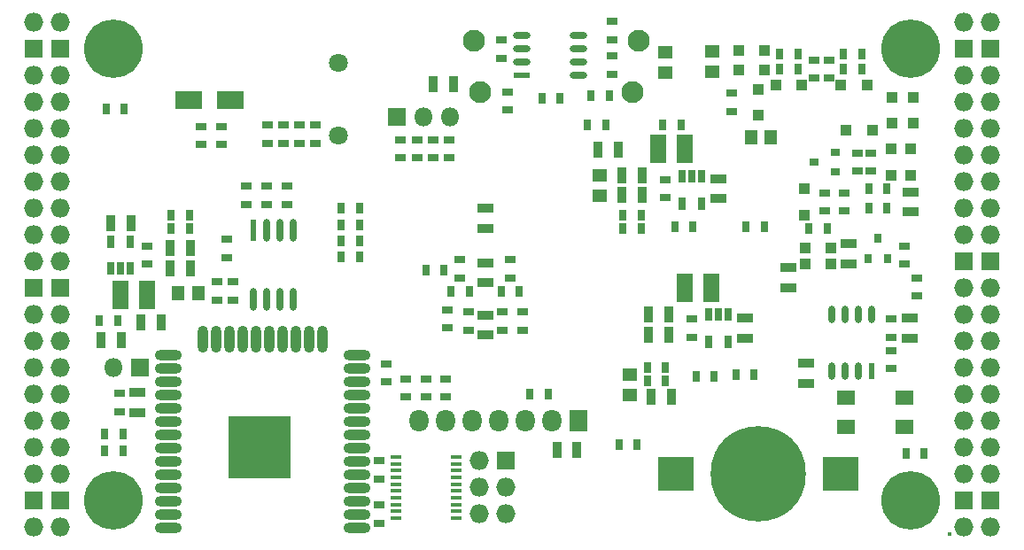
<source format=gbs>
G04 #@! TF.GenerationSoftware,KiCad,Pcbnew,5.0.0-rc2+dfsg1-3*
G04 #@! TF.CreationDate,2018-06-08T22:40:50+02:00*
G04 #@! TF.ProjectId,ulx3s,756C7833732E6B696361645F70636200,rev?*
G04 #@! TF.SameCoordinates,Original*
G04 #@! TF.FileFunction,Soldermask,Bot*
G04 #@! TF.FilePolarity,Negative*
%FSLAX46Y46*%
G04 Gerber Fmt 4.6, Leading zero omitted, Abs format (unit mm)*
G04 Created by KiCad (PCBNEW 5.0.0-rc2+dfsg1-3) date Fri Jun  8 22:40:50 2018*
%MOMM*%
%LPD*%
G01*
G04 APERTURE LIST*
%ADD10R,0.600000X2.100000*%
%ADD11O,0.700000X2.200000*%
%ADD12R,0.600000X1.550000*%
%ADD13O,0.700000X1.650000*%
%ADD14R,1.550000X0.600000*%
%ADD15O,1.650000X0.700000*%
%ADD16R,1.000000X0.400000*%
%ADD17R,0.700000X1.200000*%
%ADD18O,2.600000X1.000000*%
%ADD19O,1.000000X2.600000*%
%ADD20R,6.000000X6.000000*%
%ADD21O,1.827200X1.827200*%
%ADD22R,1.727200X1.727200*%
%ADD23C,5.600000*%
%ADD24R,1.727200X2.032000*%
%ADD25O,1.827200X2.132000*%
%ADD26R,3.500000X3.300000*%
%ADD27C,9.100000*%
%ADD28C,1.800000*%
%ADD29R,1.800000X1.400000*%
%ADD30R,0.970000X1.500000*%
%ADD31R,0.670000X1.000000*%
%ADD32R,1.500000X0.970000*%
%ADD33R,1.000000X0.670000*%
%ADD34C,2.100000*%
%ADD35R,1.000000X1.000000*%
%ADD36C,0.400000*%
%ADD37R,1.700000X1.700000*%
%ADD38O,1.800000X1.800000*%
%ADD39R,1.500000X2.700000*%
%ADD40R,1.295000X1.400000*%
%ADD41R,1.400000X1.295000*%
%ADD42R,2.500000X1.800000*%
%ADD43R,0.800000X0.900000*%
%ADD44R,0.900000X0.800000*%
G04 APERTURE END LIST*
D10*
G04 #@! TO.C,U10*
X116340000Y-82520000D03*
D11*
X117610000Y-82520000D03*
X118880000Y-82520000D03*
X120150000Y-82520000D03*
X120150000Y-89124000D03*
X118880000Y-89124000D03*
X117610000Y-89124000D03*
X116340000Y-89124000D03*
G04 #@! TD*
D12*
G04 #@! TO.C,U7*
X175395000Y-96015000D03*
D13*
X174125000Y-96015000D03*
X172855000Y-96015000D03*
X171585000Y-96015000D03*
X171585000Y-90615000D03*
X172855000Y-90615000D03*
X174125000Y-90615000D03*
X175395000Y-90615000D03*
G04 #@! TD*
D14*
G04 #@! TO.C,U11*
X141980000Y-67706500D03*
D15*
X141980000Y-66436500D03*
X141980000Y-65166500D03*
X141980000Y-63896500D03*
X147380000Y-63896500D03*
X147380000Y-65166500D03*
X147380000Y-66436500D03*
X147380000Y-67706500D03*
G04 #@! TD*
D16*
G04 #@! TO.C,U6*
X129935000Y-104215000D03*
X129935000Y-104865000D03*
X129935000Y-105515000D03*
X129935000Y-106165000D03*
X129935000Y-106815000D03*
X129935000Y-107465000D03*
X129935000Y-108115000D03*
X129935000Y-108765000D03*
X129935000Y-109415000D03*
X129935000Y-110065000D03*
X135735000Y-110065000D03*
X135735000Y-109415000D03*
X135735000Y-108765000D03*
X135735000Y-108115000D03*
X135735000Y-107465000D03*
X135735000Y-106815000D03*
X135735000Y-106165000D03*
X135735000Y-105515000D03*
X135735000Y-104865000D03*
X135735000Y-104215000D03*
G04 #@! TD*
D17*
G04 #@! TO.C,U5*
X157285000Y-77392000D03*
X158235000Y-77392000D03*
X159185000Y-77392000D03*
X159185000Y-79992000D03*
X157285000Y-79992000D03*
G04 #@! TD*
G04 #@! TO.C,U3*
X159825000Y-90600000D03*
X160775000Y-90600000D03*
X161725000Y-90600000D03*
X161725000Y-93200000D03*
X159825000Y-93200000D03*
G04 #@! TD*
G04 #@! TO.C,U4*
X104575000Y-86215000D03*
X103625000Y-86215000D03*
X102675000Y-86215000D03*
X102675000Y-83615000D03*
X104575000Y-83615000D03*
G04 #@! TD*
D18*
G04 #@! TO.C,U9*
X126230000Y-111000000D03*
X126230000Y-109730000D03*
X126230000Y-108460000D03*
X126230000Y-107190000D03*
X126230000Y-105920000D03*
X126230000Y-104650000D03*
X126230000Y-103380000D03*
X126230000Y-102110000D03*
X126230000Y-100840000D03*
X126230000Y-99570000D03*
X126230000Y-98300000D03*
X126230000Y-97030000D03*
X126230000Y-95760000D03*
X126230000Y-94490000D03*
D19*
X122945000Y-93000000D03*
X121675000Y-93000000D03*
X120405000Y-93000000D03*
X119135000Y-93000000D03*
X117865000Y-93000000D03*
X116595000Y-93000000D03*
X115325000Y-93000000D03*
X114055000Y-93000000D03*
X112785000Y-93000000D03*
X111515000Y-93000000D03*
D18*
X108230000Y-94490000D03*
X108230000Y-95760000D03*
X108230000Y-97030000D03*
X108230000Y-98300000D03*
X108230000Y-99570000D03*
X108230000Y-100840000D03*
X108230000Y-102110000D03*
X108230000Y-103380000D03*
X108230000Y-104650000D03*
X108230000Y-105920000D03*
X108230000Y-107190000D03*
X108230000Y-108460000D03*
X108230000Y-109730000D03*
X108230000Y-111000000D03*
D20*
X116930000Y-103300000D03*
G04 #@! TD*
D21*
G04 #@! TO.C,J1*
X97910000Y-62690000D03*
X95370000Y-62690000D03*
D22*
X97910000Y-65230000D03*
X95370000Y-65230000D03*
D21*
X97910000Y-67770000D03*
X95370000Y-67770000D03*
X97910000Y-70310000D03*
X95370000Y-70310000D03*
X97910000Y-72850000D03*
X95370000Y-72850000D03*
X97910000Y-75390000D03*
X95370000Y-75390000D03*
X97910000Y-77930000D03*
X95370000Y-77930000D03*
X97910000Y-80470000D03*
X95370000Y-80470000D03*
X97910000Y-83010000D03*
X95370000Y-83010000D03*
X97910000Y-85550000D03*
X95370000Y-85550000D03*
D22*
X97910000Y-88090000D03*
X95370000Y-88090000D03*
D21*
X97910000Y-90630000D03*
X95370000Y-90630000D03*
X97910000Y-93170000D03*
X95370000Y-93170000D03*
X97910000Y-95710000D03*
X95370000Y-95710000D03*
X97910000Y-98250000D03*
X95370000Y-98250000D03*
X97910000Y-100790000D03*
X95370000Y-100790000D03*
X97910000Y-103330000D03*
X95370000Y-103330000D03*
X97910000Y-105870000D03*
X95370000Y-105870000D03*
D22*
X97910000Y-108410000D03*
X95370000Y-108410000D03*
D21*
X97910000Y-110950000D03*
X95370000Y-110950000D03*
G04 #@! TD*
G04 #@! TO.C,J2*
X184270000Y-110950000D03*
X186810000Y-110950000D03*
D22*
X184270000Y-108410000D03*
X186810000Y-108410000D03*
D21*
X184270000Y-105870000D03*
X186810000Y-105870000D03*
X184270000Y-103330000D03*
X186810000Y-103330000D03*
X184270000Y-100790000D03*
X186810000Y-100790000D03*
X184270000Y-98250000D03*
X186810000Y-98250000D03*
X184270000Y-95710000D03*
X186810000Y-95710000D03*
X184270000Y-93170000D03*
X186810000Y-93170000D03*
X184270000Y-90630000D03*
X186810000Y-90630000D03*
X184270000Y-88090000D03*
X186810000Y-88090000D03*
D22*
X184270000Y-85550000D03*
X186810000Y-85550000D03*
D21*
X184270000Y-83010000D03*
X186810000Y-83010000D03*
X184270000Y-80470000D03*
X186810000Y-80470000D03*
X184270000Y-77930000D03*
X186810000Y-77930000D03*
X184270000Y-75390000D03*
X186810000Y-75390000D03*
X184270000Y-72850000D03*
X186810000Y-72850000D03*
X184270000Y-70310000D03*
X186810000Y-70310000D03*
X184270000Y-67770000D03*
X186810000Y-67770000D03*
D22*
X184270000Y-65230000D03*
X186810000Y-65230000D03*
D21*
X184270000Y-62690000D03*
X186810000Y-62690000D03*
G04 #@! TD*
D23*
G04 #@! TO.C,H1*
X102990000Y-108410000D03*
G04 #@! TD*
G04 #@! TO.C,H2*
X179190000Y-108410000D03*
G04 #@! TD*
G04 #@! TO.C,H3*
X179190000Y-65230000D03*
G04 #@! TD*
G04 #@! TO.C,H4*
X102990000Y-65230000D03*
G04 #@! TD*
D22*
G04 #@! TO.C,J4*
X140455000Y-104600000D03*
D21*
X137915000Y-104600000D03*
X140455000Y-107140000D03*
X137915000Y-107140000D03*
X140455000Y-109680000D03*
X137915000Y-109680000D03*
G04 #@! TD*
D24*
G04 #@! TO.C,OLED1*
X147440000Y-100790000D03*
D25*
X144900000Y-100790000D03*
X142360000Y-100790000D03*
X139820000Y-100790000D03*
X137280000Y-100790000D03*
X134740000Y-100790000D03*
X132200000Y-100790000D03*
G04 #@! TD*
D26*
G04 #@! TO.C,BAT1*
X172485000Y-105870000D03*
X156685000Y-105870000D03*
D27*
X164585000Y-105870000D03*
G04 #@! TD*
D28*
G04 #@! TO.C,AUDIO1*
X124468000Y-66518000D03*
X124468000Y-73518000D03*
G04 #@! TD*
D29*
G04 #@! TO.C,Y2*
X178576000Y-98522000D03*
X172976000Y-98522000D03*
X172976000Y-101322000D03*
X178576000Y-101322000D03*
G04 #@! TD*
D30*
G04 #@! TO.C,C47*
X133546000Y-68550000D03*
X135456000Y-68550000D03*
G04 #@! TD*
G04 #@! TO.C,C1*
X102748500Y-81885000D03*
X104658500Y-81885000D03*
G04 #@! TD*
D31*
G04 #@! TO.C,C2*
X153985000Y-96910000D03*
X155735000Y-96910000D03*
G04 #@! TD*
D30*
G04 #@! TO.C,C3*
X156015000Y-90630000D03*
X154105000Y-90630000D03*
G04 #@! TD*
G04 #@! TO.C,C4*
X154105000Y-92535000D03*
X156015000Y-92535000D03*
G04 #@! TD*
D32*
G04 #@! TO.C,C5*
X163315000Y-90945000D03*
X163315000Y-92855000D03*
G04 #@! TD*
D31*
G04 #@! TO.C,C6*
X151645000Y-82375000D03*
X153395000Y-82375000D03*
G04 #@! TD*
D30*
G04 #@! TO.C,C7*
X153475000Y-79200000D03*
X151565000Y-79200000D03*
G04 #@! TD*
G04 #@! TO.C,C8*
X153475000Y-77295000D03*
X151565000Y-77295000D03*
G04 #@! TD*
D32*
G04 #@! TO.C,C9*
X160775000Y-79520000D03*
X160775000Y-77610000D03*
G04 #@! TD*
D31*
G04 #@! TO.C,C10*
X108465000Y-81105000D03*
X110215000Y-81105000D03*
G04 #@! TD*
D30*
G04 #@! TO.C,C11*
X108385000Y-84280000D03*
X110295000Y-84280000D03*
G04 #@! TD*
G04 #@! TO.C,C12*
X110295000Y-86185000D03*
X108385000Y-86185000D03*
G04 #@! TD*
D32*
G04 #@! TO.C,C13*
X173221000Y-83833000D03*
X173221000Y-85743000D03*
G04 #@! TD*
D33*
G04 #@! TO.C,C14*
X175380000Y-76900000D03*
X175380000Y-75150000D03*
G04 #@! TD*
D32*
G04 #@! TO.C,C15*
X105276000Y-99967000D03*
X105276000Y-98057000D03*
G04 #@! TD*
G04 #@! TO.C,C16*
X167506000Y-88029000D03*
X167506000Y-86119000D03*
G04 #@! TD*
G04 #@! TO.C,C17*
X138500000Y-90665000D03*
X138500000Y-92575000D03*
G04 #@! TD*
D33*
G04 #@! TO.C,C18*
X150589600Y-64359000D03*
X150589600Y-62609000D03*
G04 #@! TD*
D32*
G04 #@! TO.C,C19*
X138500000Y-82375000D03*
X138500000Y-80465000D03*
G04 #@! TD*
G04 #@! TO.C,C20*
X138500000Y-87575000D03*
X138500000Y-85665000D03*
G04 #@! TD*
D30*
G04 #@! TO.C,C21*
X103706000Y-93061000D03*
X101796000Y-93061000D03*
G04 #@! TD*
G04 #@! TO.C,C22*
X154359000Y-98504000D03*
X156269000Y-98504000D03*
G04 #@! TD*
G04 #@! TO.C,C23*
X105591000Y-91392000D03*
X107501000Y-91392000D03*
G04 #@! TD*
G04 #@! TO.C,C24*
X151189000Y-74882000D03*
X149279000Y-74882000D03*
G04 #@! TD*
D33*
G04 #@! TO.C,C25*
X140900000Y-87095000D03*
X140900000Y-85345000D03*
G04 #@! TD*
G04 #@! TO.C,C26*
X136100000Y-87095000D03*
X136100000Y-85345000D03*
G04 #@! TD*
G04 #@! TO.C,C27*
X136900000Y-92095000D03*
X136900000Y-90345000D03*
G04 #@! TD*
G04 #@! TO.C,C28*
X140100000Y-90345000D03*
X140100000Y-92095000D03*
G04 #@! TD*
G04 #@! TO.C,C29*
X142100000Y-92095000D03*
X142100000Y-90345000D03*
G04 #@! TD*
G04 #@! TO.C,C30*
X134900000Y-90145000D03*
X134900000Y-91895000D03*
G04 #@! TD*
D31*
G04 #@! TO.C,C31*
X135225000Y-88420000D03*
X136975000Y-88420000D03*
G04 #@! TD*
G04 #@! TO.C,C32*
X140025000Y-88420000D03*
X141775000Y-88420000D03*
G04 #@! TD*
G04 #@! TO.C,C33*
X163425000Y-82220000D03*
X165175000Y-82220000D03*
G04 #@! TD*
G04 #@! TO.C,C34*
X158375000Y-82220000D03*
X156625000Y-82220000D03*
G04 #@! TD*
D33*
G04 #@! TO.C,C35*
X177300000Y-94025000D03*
X177300000Y-95775000D03*
G04 #@! TD*
D30*
G04 #@! TO.C,C46*
X145342000Y-103584000D03*
X147252000Y-103584000D03*
G04 #@! TD*
D31*
G04 #@! TO.C,C48*
X103995000Y-70963000D03*
X102245000Y-70963000D03*
G04 #@! TD*
G04 #@! TO.C,C49*
X103372000Y-91156000D03*
X101622000Y-91156000D03*
G04 #@! TD*
D33*
G04 #@! TO.C,C50*
X179713000Y-88856000D03*
X179713000Y-87106000D03*
G04 #@! TD*
D31*
G04 #@! TO.C,C51*
X180473000Y-103856000D03*
X178723000Y-103856000D03*
G04 #@! TD*
G04 #@! TO.C,C52*
X158645000Y-96490000D03*
X160395000Y-96490000D03*
G04 #@! TD*
G04 #@! TO.C,C53*
X132827200Y-86330000D03*
X134577200Y-86330000D03*
G04 #@! TD*
D32*
G04 #@! TO.C,C54*
X169172000Y-95281000D03*
X169172000Y-97191000D03*
G04 #@! TD*
G04 #@! TO.C,D11*
X179190000Y-80790000D03*
X179190000Y-78880000D03*
G04 #@! TD*
D34*
G04 #@! TO.C,GPDI1*
X152546000Y-69312000D03*
X138046000Y-69312000D03*
X153146000Y-64412000D03*
X137446000Y-64412000D03*
G04 #@! TD*
D35*
G04 #@! TO.C,D10*
X169050000Y-84280000D03*
X171550000Y-84280000D03*
G04 #@! TD*
G04 #@! TO.C,D12*
X169030000Y-78585000D03*
X169030000Y-81085000D03*
G04 #@! TD*
G04 #@! TO.C,D13*
X171550000Y-85804000D03*
X169050000Y-85804000D03*
G04 #@! TD*
G04 #@! TO.C,D14*
X179190000Y-74775000D03*
X179190000Y-77275000D03*
G04 #@! TD*
G04 #@! TO.C,D15*
X177285000Y-77275000D03*
X177285000Y-74775000D03*
G04 #@! TD*
G04 #@! TO.C,D16*
X172987000Y-72977000D03*
X175487000Y-72977000D03*
G04 #@! TD*
G04 #@! TO.C,D17*
X164585000Y-69060000D03*
X164585000Y-71560000D03*
G04 #@! TD*
G04 #@! TO.C,D20*
X168756000Y-68659000D03*
X166256000Y-68659000D03*
G04 #@! TD*
G04 #@! TO.C,D21*
X174979000Y-68659000D03*
X172479000Y-68659000D03*
G04 #@! TD*
G04 #@! TO.C,D23*
X165200000Y-67262000D03*
X162700000Y-67262000D03*
G04 #@! TD*
G04 #@! TO.C,D24*
X162700000Y-65357000D03*
X165200000Y-65357000D03*
G04 #@! TD*
G04 #@! TO.C,D25*
X177412000Y-72322000D03*
X177412000Y-69822000D03*
G04 #@! TD*
G04 #@! TO.C,D26*
X179444000Y-69822000D03*
X179444000Y-72322000D03*
G04 #@! TD*
D36*
G04 #@! TO.C,AE1*
X182888000Y-111603000D03*
G04 #@! TD*
D33*
G04 #@! TO.C,R49*
X113277000Y-74360000D03*
X113277000Y-72610000D03*
G04 #@! TD*
G04 #@! TO.C,R50*
X111372000Y-72610000D03*
X111372000Y-74360000D03*
G04 #@! TD*
D31*
G04 #@! TO.C,R51*
X155455000Y-72487000D03*
X157205000Y-72487000D03*
G04 #@! TD*
D33*
G04 #@! TO.C,R52*
X171331000Y-66278000D03*
X171331000Y-68028000D03*
G04 #@! TD*
G04 #@! TO.C,R53*
X169919000Y-68028000D03*
X169919000Y-66278000D03*
G04 #@! TD*
D31*
G04 #@! TO.C,R54*
X174477000Y-65738000D03*
X172727000Y-65738000D03*
G04 #@! TD*
D33*
G04 #@! TO.C,R56*
X128390000Y-106321000D03*
X128390000Y-104571000D03*
G04 #@! TD*
G04 #@! TO.C,R57*
X117722000Y-72483000D03*
X117722000Y-74233000D03*
G04 #@! TD*
G04 #@! TO.C,R58*
X119246000Y-74233000D03*
X119246000Y-72483000D03*
G04 #@! TD*
G04 #@! TO.C,R59*
X120770000Y-72483000D03*
X120770000Y-74233000D03*
G04 #@! TD*
G04 #@! TO.C,R60*
X122294000Y-74233000D03*
X122294000Y-72483000D03*
G04 #@! TD*
D31*
G04 #@! TO.C,R61*
X145655000Y-69900000D03*
X143905000Y-69900000D03*
G04 #@! TD*
D37*
G04 #@! TO.C,J3*
X105530000Y-95710000D03*
D38*
X102990000Y-95710000D03*
G04 #@! TD*
D37*
G04 #@! TO.C,J5*
X130056000Y-71725000D03*
D38*
X132596000Y-71725000D03*
X135136000Y-71725000D03*
G04 #@! TD*
D31*
G04 #@! TO.C,R40*
X166631000Y-65738000D03*
X168381000Y-65738000D03*
G04 #@! TD*
D33*
G04 #@! TO.C,R55*
X134740000Y-96740000D03*
X134740000Y-98490000D03*
G04 #@! TD*
D32*
G04 #@! TO.C,C55*
X179078000Y-90963000D03*
X179078000Y-92873000D03*
G04 #@! TD*
D33*
G04 #@! TO.C,R65*
X177300000Y-92793000D03*
X177300000Y-91043000D03*
G04 #@! TD*
D39*
G04 #@! TO.C,L1*
X160140000Y-88090000D03*
X157600000Y-88090000D03*
G04 #@! TD*
G04 #@! TO.C,L2*
X103625000Y-88725000D03*
X106165000Y-88725000D03*
G04 #@! TD*
G04 #@! TO.C,L3*
X155060000Y-74755000D03*
X157600000Y-74755000D03*
G04 #@! TD*
D31*
G04 #@! TO.C,R1*
X171175000Y-82375000D03*
X169425000Y-82375000D03*
G04 #@! TD*
D33*
G04 #@! TO.C,R2*
X172840000Y-78960000D03*
X172840000Y-80710000D03*
G04 #@! TD*
G04 #@! TO.C,R3*
X162045000Y-71185000D03*
X162045000Y-69435000D03*
G04 #@! TD*
D31*
G04 #@! TO.C,R4*
X176890000Y-80470000D03*
X175140000Y-80470000D03*
G04 #@! TD*
D33*
G04 #@! TO.C,R5*
X174110000Y-75150000D03*
X174110000Y-76900000D03*
G04 #@! TD*
G04 #@! TO.C,R6*
X178555000Y-85790000D03*
X178555000Y-84040000D03*
G04 #@! TD*
G04 #@! TO.C,R7*
X113785000Y-85155000D03*
X113785000Y-83405000D03*
G04 #@! TD*
G04 #@! TO.C,R8*
X170935000Y-80710000D03*
X170935000Y-78960000D03*
G04 #@! TD*
G04 #@! TO.C,R9*
X128390000Y-110555000D03*
X128390000Y-108805000D03*
G04 #@! TD*
D31*
G04 #@! TO.C,R10*
X151264000Y-103076000D03*
X153014000Y-103076000D03*
G04 #@! TD*
D33*
G04 #@! TO.C,R11*
X119515000Y-80093000D03*
X119515000Y-78343000D03*
G04 #@! TD*
G04 #@! TO.C,R12*
X114420000Y-89219000D03*
X114420000Y-87469000D03*
G04 #@! TD*
D31*
G04 #@! TO.C,R13*
X175140000Y-78565000D03*
X176890000Y-78565000D03*
G04 #@! TD*
G04 #@! TO.C,R14*
X124721000Y-85060000D03*
X126471000Y-85060000D03*
G04 #@! TD*
G04 #@! TO.C,R15*
X126471000Y-83536000D03*
X124721000Y-83536000D03*
G04 #@! TD*
G04 #@! TO.C,R16*
X124721000Y-82012000D03*
X126471000Y-82012000D03*
G04 #@! TD*
G04 #@! TO.C,R17*
X126471000Y-80470000D03*
X124721000Y-80470000D03*
G04 #@! TD*
D33*
G04 #@! TO.C,R18*
X130422000Y-73898000D03*
X130422000Y-75648000D03*
G04 #@! TD*
G04 #@! TO.C,R19*
X131961000Y-73898000D03*
X131961000Y-75648000D03*
G04 #@! TD*
G04 #@! TO.C,R20*
X133485000Y-73898000D03*
X133485000Y-75648000D03*
G04 #@! TD*
G04 #@! TO.C,R21*
X135009000Y-75648000D03*
X135009000Y-73898000D03*
G04 #@! TD*
G04 #@! TO.C,R22*
X140025500Y-66105000D03*
X140025500Y-64355000D03*
G04 #@! TD*
G04 #@! TO.C,R23*
X140597000Y-71076000D03*
X140597000Y-69326000D03*
G04 #@! TD*
G04 #@! TO.C,R24*
X150615000Y-67647000D03*
X150615000Y-65897000D03*
G04 #@! TD*
D31*
G04 #@! TO.C,R25*
X148300000Y-72487000D03*
X150050000Y-72487000D03*
G04 #@! TD*
G04 #@! TO.C,R26*
X150362000Y-69693000D03*
X148612000Y-69693000D03*
G04 #@! TD*
D33*
G04 #@! TO.C,R27*
X129025000Y-95300000D03*
X129025000Y-97050000D03*
G04 #@! TD*
G04 #@! TO.C,R28*
X117595000Y-78343000D03*
X117595000Y-80093000D03*
G04 #@! TD*
G04 #@! TO.C,R29*
X112896000Y-89219000D03*
X112896000Y-87469000D03*
G04 #@! TD*
G04 #@! TO.C,R30*
X115690000Y-78343000D03*
X115690000Y-80093000D03*
G04 #@! TD*
D31*
G04 #@! TO.C,R31*
X142755000Y-98250000D03*
X144505000Y-98250000D03*
G04 #@! TD*
D33*
G04 #@! TO.C,R32*
X132835000Y-98490000D03*
X132835000Y-96740000D03*
G04 #@! TD*
G04 #@! TO.C,R33*
X130930000Y-96740000D03*
X130930000Y-98490000D03*
G04 #@! TD*
D31*
G04 #@! TO.C,R34*
X102115000Y-103600000D03*
X103865000Y-103600000D03*
G04 #@! TD*
G04 #@! TO.C,R35*
X102115000Y-102060000D03*
X103865000Y-102060000D03*
G04 #@! TD*
D33*
G04 #@! TO.C,R38*
X103576500Y-99905000D03*
X103576500Y-98155000D03*
G04 #@! TD*
D31*
G04 #@! TO.C,R39*
X164190000Y-96345000D03*
X162440000Y-96345000D03*
G04 #@! TD*
G04 #@! TO.C,R63*
X168381000Y-67135000D03*
X166631000Y-67135000D03*
G04 #@! TD*
G04 #@! TO.C,R64*
X174475000Y-67120000D03*
X172725000Y-67120000D03*
G04 #@! TD*
G04 #@! TO.C,RA1*
X153985000Y-95640000D03*
X155735000Y-95640000D03*
G04 #@! TD*
G04 #@! TO.C,RA2*
X110215000Y-82375000D03*
X108465000Y-82375000D03*
G04 #@! TD*
G04 #@! TO.C,RA3*
X151645000Y-81105000D03*
X153395000Y-81105000D03*
G04 #@! TD*
D33*
G04 #@! TO.C,RB1*
X158235000Y-92775000D03*
X158235000Y-91025000D03*
G04 #@! TD*
G04 #@! TO.C,RB2*
X106165000Y-85790000D03*
X106165000Y-84040000D03*
G04 #@! TD*
G04 #@! TO.C,RB3*
X155695000Y-79440000D03*
X155695000Y-77690000D03*
G04 #@! TD*
D40*
G04 #@! TO.C,RD9*
X165821500Y-73630000D03*
X163886500Y-73630000D03*
G04 #@! TD*
D41*
G04 #@! TO.C,RD51*
X155710000Y-65550500D03*
X155710000Y-67485500D03*
G04 #@! TD*
G04 #@! TO.C,RD52*
X160155000Y-67358500D03*
X160155000Y-65423500D03*
G04 #@! TD*
G04 #@! TO.C,RP1*
X152281000Y-96393500D03*
X152281000Y-98328500D03*
G04 #@! TD*
D40*
G04 #@! TO.C,RP2*
X111069500Y-88598000D03*
X109134500Y-88598000D03*
G04 #@! TD*
D41*
G04 #@! TO.C,RP3*
X149472000Y-77343500D03*
X149472000Y-79278500D03*
G04 #@! TD*
D42*
G04 #@! TO.C,D8*
X110149000Y-70074000D03*
X114149000Y-70074000D03*
G04 #@! TD*
D43*
G04 #@! TO.C,Q1*
X176015000Y-83280000D03*
X175065000Y-85280000D03*
X176965000Y-85280000D03*
G04 #@! TD*
D44*
G04 #@! TO.C,Q2*
X171935000Y-75075000D03*
X171935000Y-76975000D03*
X169935000Y-76025000D03*
G04 #@! TD*
M02*

</source>
